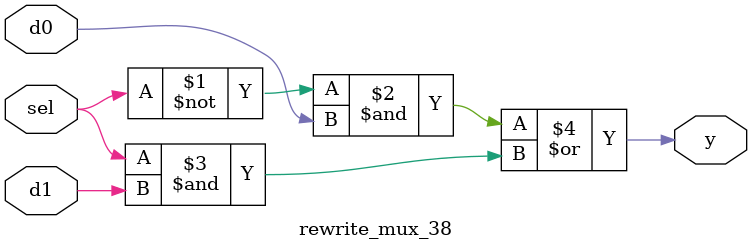
<source format=sv>
module rewrite_mux_38(input logic sel, d0, d1, output logic y);
  assign y = (~sel & d0) | (sel & d1);
endmodule

</source>
